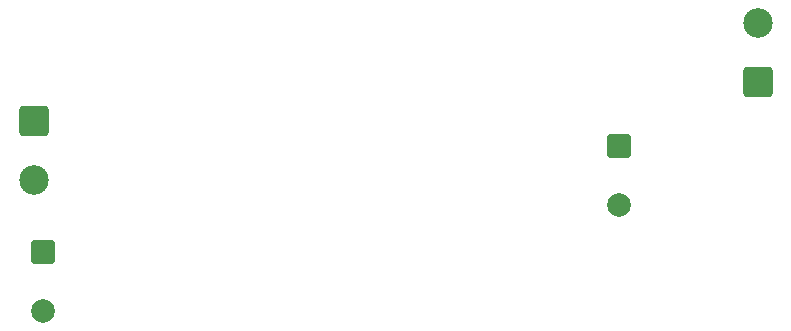
<source format=gbr>
%TF.GenerationSoftware,KiCad,Pcbnew,9.0.6*%
%TF.CreationDate,2026-02-08T21:35:38+01:00*%
%TF.ProjectId,Boost converter,426f6f73-7420-4636-9f6e-766572746572,B*%
%TF.SameCoordinates,Original*%
%TF.FileFunction,Soldermask,Bot*%
%TF.FilePolarity,Negative*%
%FSLAX46Y46*%
G04 Gerber Fmt 4.6, Leading zero omitted, Abs format (unit mm)*
G04 Created by KiCad (PCBNEW 9.0.6) date 2026-02-08 21:35:38*
%MOMM*%
%LPD*%
G01*
G04 APERTURE LIST*
G04 Aperture macros list*
%AMRoundRect*
0 Rectangle with rounded corners*
0 $1 Rounding radius*
0 $2 $3 $4 $5 $6 $7 $8 $9 X,Y pos of 4 corners*
0 Add a 4 corners polygon primitive as box body*
4,1,4,$2,$3,$4,$5,$6,$7,$8,$9,$2,$3,0*
0 Add four circle primitives for the rounded corners*
1,1,$1+$1,$2,$3*
1,1,$1+$1,$4,$5*
1,1,$1+$1,$6,$7*
1,1,$1+$1,$8,$9*
0 Add four rect primitives between the rounded corners*
20,1,$1+$1,$2,$3,$4,$5,0*
20,1,$1+$1,$4,$5,$6,$7,0*
20,1,$1+$1,$6,$7,$8,$9,0*
20,1,$1+$1,$8,$9,$2,$3,0*%
G04 Aperture macros list end*
%ADD10RoundRect,0.250000X1.000000X-1.000000X1.000000X1.000000X-1.000000X1.000000X-1.000000X-1.000000X0*%
%ADD11C,2.500000*%
%ADD12RoundRect,0.250000X-0.750000X0.750000X-0.750000X-0.750000X0.750000X-0.750000X0.750000X0.750000X0*%
%ADD13C,2.000000*%
%ADD14RoundRect,0.250000X-1.000000X1.000000X-1.000000X-1.000000X1.000000X-1.000000X1.000000X1.000000X0*%
G04 APERTURE END LIST*
D10*
%TO.C,J2*%
X207567500Y-134200000D03*
D11*
X207567500Y-129200000D03*
%TD*%
D12*
%TO.C,C10*%
X195800000Y-139600000D03*
D13*
X195800000Y-144600000D03*
%TD*%
D12*
%TO.C,C12*%
X147000000Y-148632323D03*
D13*
X147000000Y-153632323D03*
%TD*%
D14*
%TO.C,J1*%
X146232500Y-137500000D03*
D11*
X146232500Y-142500000D03*
%TD*%
M02*

</source>
